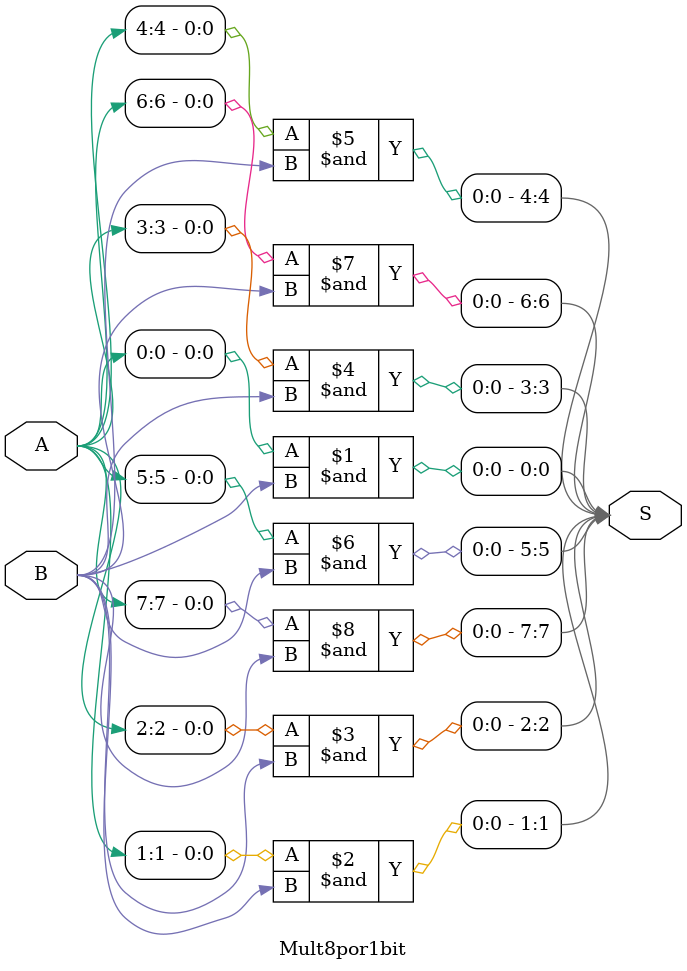
<source format=v>
module Mult8por1bit(S, A, B);
	input [7:0]A;
	input B;
	output [7:0]S;
	
	and and0(S[0], A[0], B); 
	and and1(S[1], A[1], B); 
	and and2(S[2], A[2], B); 
	and and3(S[3], A[3], B); 
	and and4(S[4], A[4], B); 
	and and5(S[5], A[5], B); 
	and and6(S[6], A[6], B); 
	and and7(S[7], A[7], B); 

endmodule
</source>
